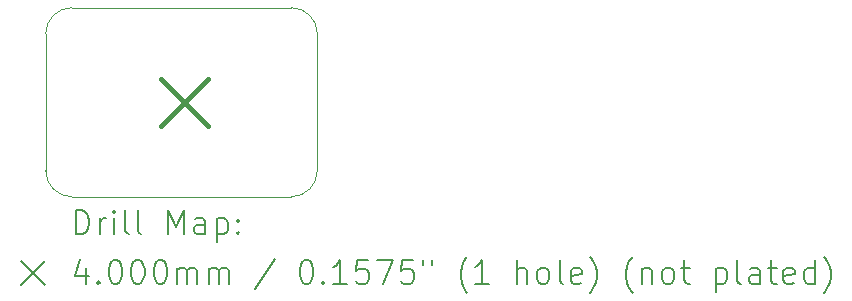
<source format=gbr>
%TF.GenerationSoftware,KiCad,Pcbnew,7.0.7*%
%TF.CreationDate,2023-09-18T16:39:02-04:00*%
%TF.ProjectId,Encoder Mount,456e636f-6465-4722-904d-6f756e742e6b,rev?*%
%TF.SameCoordinates,Original*%
%TF.FileFunction,Drillmap*%
%TF.FilePolarity,Positive*%
%FSLAX45Y45*%
G04 Gerber Fmt 4.5, Leading zero omitted, Abs format (unit mm)*
G04 Created by KiCad (PCBNEW 7.0.7) date 2023-09-18 16:39:02*
%MOMM*%
%LPD*%
G01*
G04 APERTURE LIST*
%ADD10C,0.100000*%
%ADD11C,0.200000*%
%ADD12C,0.400000*%
G04 APERTURE END LIST*
D10*
X8825000Y-10580000D02*
G75*
G03*
X9045000Y-10800000I220000J0D01*
G01*
X10905000Y-10800000D02*
G75*
G03*
X11125000Y-10580000I0J220000D01*
G01*
X11125000Y-9420000D02*
G75*
G03*
X10905000Y-9200000I-220000J0D01*
G01*
X11125000Y-9420000D02*
X11125000Y-10580000D01*
X8825000Y-10580000D02*
X8825000Y-9420000D01*
X9045000Y-9200000D02*
G75*
G03*
X8825000Y-9420000I0J-220000D01*
G01*
X10905000Y-10800000D02*
X9045000Y-10800000D01*
X9045000Y-9200000D02*
X10905000Y-9200000D01*
D11*
D12*
X9800000Y-9800000D02*
X10200000Y-10200000D01*
X10200000Y-9800000D02*
X9800000Y-10200000D01*
D11*
X9080777Y-11116484D02*
X9080777Y-10916484D01*
X9080777Y-10916484D02*
X9128396Y-10916484D01*
X9128396Y-10916484D02*
X9156967Y-10926008D01*
X9156967Y-10926008D02*
X9176015Y-10945055D01*
X9176015Y-10945055D02*
X9185539Y-10964103D01*
X9185539Y-10964103D02*
X9195063Y-11002198D01*
X9195063Y-11002198D02*
X9195063Y-11030770D01*
X9195063Y-11030770D02*
X9185539Y-11068865D01*
X9185539Y-11068865D02*
X9176015Y-11087912D01*
X9176015Y-11087912D02*
X9156967Y-11106960D01*
X9156967Y-11106960D02*
X9128396Y-11116484D01*
X9128396Y-11116484D02*
X9080777Y-11116484D01*
X9280777Y-11116484D02*
X9280777Y-10983150D01*
X9280777Y-11021246D02*
X9290301Y-11002198D01*
X9290301Y-11002198D02*
X9299824Y-10992674D01*
X9299824Y-10992674D02*
X9318872Y-10983150D01*
X9318872Y-10983150D02*
X9337920Y-10983150D01*
X9404586Y-11116484D02*
X9404586Y-10983150D01*
X9404586Y-10916484D02*
X9395063Y-10926008D01*
X9395063Y-10926008D02*
X9404586Y-10935531D01*
X9404586Y-10935531D02*
X9414110Y-10926008D01*
X9414110Y-10926008D02*
X9404586Y-10916484D01*
X9404586Y-10916484D02*
X9404586Y-10935531D01*
X9528396Y-11116484D02*
X9509348Y-11106960D01*
X9509348Y-11106960D02*
X9499824Y-11087912D01*
X9499824Y-11087912D02*
X9499824Y-10916484D01*
X9633158Y-11116484D02*
X9614110Y-11106960D01*
X9614110Y-11106960D02*
X9604586Y-11087912D01*
X9604586Y-11087912D02*
X9604586Y-10916484D01*
X9861729Y-11116484D02*
X9861729Y-10916484D01*
X9861729Y-10916484D02*
X9928396Y-11059341D01*
X9928396Y-11059341D02*
X9995063Y-10916484D01*
X9995063Y-10916484D02*
X9995063Y-11116484D01*
X10176015Y-11116484D02*
X10176015Y-11011722D01*
X10176015Y-11011722D02*
X10166491Y-10992674D01*
X10166491Y-10992674D02*
X10147444Y-10983150D01*
X10147444Y-10983150D02*
X10109348Y-10983150D01*
X10109348Y-10983150D02*
X10090301Y-10992674D01*
X10176015Y-11106960D02*
X10156967Y-11116484D01*
X10156967Y-11116484D02*
X10109348Y-11116484D01*
X10109348Y-11116484D02*
X10090301Y-11106960D01*
X10090301Y-11106960D02*
X10080777Y-11087912D01*
X10080777Y-11087912D02*
X10080777Y-11068865D01*
X10080777Y-11068865D02*
X10090301Y-11049817D01*
X10090301Y-11049817D02*
X10109348Y-11040293D01*
X10109348Y-11040293D02*
X10156967Y-11040293D01*
X10156967Y-11040293D02*
X10176015Y-11030770D01*
X10271253Y-10983150D02*
X10271253Y-11183150D01*
X10271253Y-10992674D02*
X10290301Y-10983150D01*
X10290301Y-10983150D02*
X10328396Y-10983150D01*
X10328396Y-10983150D02*
X10347444Y-10992674D01*
X10347444Y-10992674D02*
X10356967Y-11002198D01*
X10356967Y-11002198D02*
X10366491Y-11021246D01*
X10366491Y-11021246D02*
X10366491Y-11078389D01*
X10366491Y-11078389D02*
X10356967Y-11097436D01*
X10356967Y-11097436D02*
X10347444Y-11106960D01*
X10347444Y-11106960D02*
X10328396Y-11116484D01*
X10328396Y-11116484D02*
X10290301Y-11116484D01*
X10290301Y-11116484D02*
X10271253Y-11106960D01*
X10452205Y-11097436D02*
X10461729Y-11106960D01*
X10461729Y-11106960D02*
X10452205Y-11116484D01*
X10452205Y-11116484D02*
X10442682Y-11106960D01*
X10442682Y-11106960D02*
X10452205Y-11097436D01*
X10452205Y-11097436D02*
X10452205Y-11116484D01*
X10452205Y-10992674D02*
X10461729Y-11002198D01*
X10461729Y-11002198D02*
X10452205Y-11011722D01*
X10452205Y-11011722D02*
X10442682Y-11002198D01*
X10442682Y-11002198D02*
X10452205Y-10992674D01*
X10452205Y-10992674D02*
X10452205Y-11011722D01*
X8620000Y-11345000D02*
X8820000Y-11545000D01*
X8820000Y-11345000D02*
X8620000Y-11545000D01*
X9166491Y-11403150D02*
X9166491Y-11536484D01*
X9118872Y-11326960D02*
X9071253Y-11469817D01*
X9071253Y-11469817D02*
X9195063Y-11469817D01*
X9271253Y-11517436D02*
X9280777Y-11526960D01*
X9280777Y-11526960D02*
X9271253Y-11536484D01*
X9271253Y-11536484D02*
X9261729Y-11526960D01*
X9261729Y-11526960D02*
X9271253Y-11517436D01*
X9271253Y-11517436D02*
X9271253Y-11536484D01*
X9404586Y-11336484D02*
X9423634Y-11336484D01*
X9423634Y-11336484D02*
X9442682Y-11346008D01*
X9442682Y-11346008D02*
X9452205Y-11355531D01*
X9452205Y-11355531D02*
X9461729Y-11374579D01*
X9461729Y-11374579D02*
X9471253Y-11412674D01*
X9471253Y-11412674D02*
X9471253Y-11460293D01*
X9471253Y-11460293D02*
X9461729Y-11498388D01*
X9461729Y-11498388D02*
X9452205Y-11517436D01*
X9452205Y-11517436D02*
X9442682Y-11526960D01*
X9442682Y-11526960D02*
X9423634Y-11536484D01*
X9423634Y-11536484D02*
X9404586Y-11536484D01*
X9404586Y-11536484D02*
X9385539Y-11526960D01*
X9385539Y-11526960D02*
X9376015Y-11517436D01*
X9376015Y-11517436D02*
X9366491Y-11498388D01*
X9366491Y-11498388D02*
X9356967Y-11460293D01*
X9356967Y-11460293D02*
X9356967Y-11412674D01*
X9356967Y-11412674D02*
X9366491Y-11374579D01*
X9366491Y-11374579D02*
X9376015Y-11355531D01*
X9376015Y-11355531D02*
X9385539Y-11346008D01*
X9385539Y-11346008D02*
X9404586Y-11336484D01*
X9595063Y-11336484D02*
X9614110Y-11336484D01*
X9614110Y-11336484D02*
X9633158Y-11346008D01*
X9633158Y-11346008D02*
X9642682Y-11355531D01*
X9642682Y-11355531D02*
X9652205Y-11374579D01*
X9652205Y-11374579D02*
X9661729Y-11412674D01*
X9661729Y-11412674D02*
X9661729Y-11460293D01*
X9661729Y-11460293D02*
X9652205Y-11498388D01*
X9652205Y-11498388D02*
X9642682Y-11517436D01*
X9642682Y-11517436D02*
X9633158Y-11526960D01*
X9633158Y-11526960D02*
X9614110Y-11536484D01*
X9614110Y-11536484D02*
X9595063Y-11536484D01*
X9595063Y-11536484D02*
X9576015Y-11526960D01*
X9576015Y-11526960D02*
X9566491Y-11517436D01*
X9566491Y-11517436D02*
X9556967Y-11498388D01*
X9556967Y-11498388D02*
X9547444Y-11460293D01*
X9547444Y-11460293D02*
X9547444Y-11412674D01*
X9547444Y-11412674D02*
X9556967Y-11374579D01*
X9556967Y-11374579D02*
X9566491Y-11355531D01*
X9566491Y-11355531D02*
X9576015Y-11346008D01*
X9576015Y-11346008D02*
X9595063Y-11336484D01*
X9785539Y-11336484D02*
X9804586Y-11336484D01*
X9804586Y-11336484D02*
X9823634Y-11346008D01*
X9823634Y-11346008D02*
X9833158Y-11355531D01*
X9833158Y-11355531D02*
X9842682Y-11374579D01*
X9842682Y-11374579D02*
X9852205Y-11412674D01*
X9852205Y-11412674D02*
X9852205Y-11460293D01*
X9852205Y-11460293D02*
X9842682Y-11498388D01*
X9842682Y-11498388D02*
X9833158Y-11517436D01*
X9833158Y-11517436D02*
X9823634Y-11526960D01*
X9823634Y-11526960D02*
X9804586Y-11536484D01*
X9804586Y-11536484D02*
X9785539Y-11536484D01*
X9785539Y-11536484D02*
X9766491Y-11526960D01*
X9766491Y-11526960D02*
X9756967Y-11517436D01*
X9756967Y-11517436D02*
X9747444Y-11498388D01*
X9747444Y-11498388D02*
X9737920Y-11460293D01*
X9737920Y-11460293D02*
X9737920Y-11412674D01*
X9737920Y-11412674D02*
X9747444Y-11374579D01*
X9747444Y-11374579D02*
X9756967Y-11355531D01*
X9756967Y-11355531D02*
X9766491Y-11346008D01*
X9766491Y-11346008D02*
X9785539Y-11336484D01*
X9937920Y-11536484D02*
X9937920Y-11403150D01*
X9937920Y-11422198D02*
X9947444Y-11412674D01*
X9947444Y-11412674D02*
X9966491Y-11403150D01*
X9966491Y-11403150D02*
X9995063Y-11403150D01*
X9995063Y-11403150D02*
X10014110Y-11412674D01*
X10014110Y-11412674D02*
X10023634Y-11431722D01*
X10023634Y-11431722D02*
X10023634Y-11536484D01*
X10023634Y-11431722D02*
X10033158Y-11412674D01*
X10033158Y-11412674D02*
X10052205Y-11403150D01*
X10052205Y-11403150D02*
X10080777Y-11403150D01*
X10080777Y-11403150D02*
X10099825Y-11412674D01*
X10099825Y-11412674D02*
X10109348Y-11431722D01*
X10109348Y-11431722D02*
X10109348Y-11536484D01*
X10204586Y-11536484D02*
X10204586Y-11403150D01*
X10204586Y-11422198D02*
X10214110Y-11412674D01*
X10214110Y-11412674D02*
X10233158Y-11403150D01*
X10233158Y-11403150D02*
X10261729Y-11403150D01*
X10261729Y-11403150D02*
X10280777Y-11412674D01*
X10280777Y-11412674D02*
X10290301Y-11431722D01*
X10290301Y-11431722D02*
X10290301Y-11536484D01*
X10290301Y-11431722D02*
X10299825Y-11412674D01*
X10299825Y-11412674D02*
X10318872Y-11403150D01*
X10318872Y-11403150D02*
X10347444Y-11403150D01*
X10347444Y-11403150D02*
X10366491Y-11412674D01*
X10366491Y-11412674D02*
X10376015Y-11431722D01*
X10376015Y-11431722D02*
X10376015Y-11536484D01*
X10766491Y-11326960D02*
X10595063Y-11584103D01*
X11023634Y-11336484D02*
X11042682Y-11336484D01*
X11042682Y-11336484D02*
X11061729Y-11346008D01*
X11061729Y-11346008D02*
X11071253Y-11355531D01*
X11071253Y-11355531D02*
X11080777Y-11374579D01*
X11080777Y-11374579D02*
X11090301Y-11412674D01*
X11090301Y-11412674D02*
X11090301Y-11460293D01*
X11090301Y-11460293D02*
X11080777Y-11498388D01*
X11080777Y-11498388D02*
X11071253Y-11517436D01*
X11071253Y-11517436D02*
X11061729Y-11526960D01*
X11061729Y-11526960D02*
X11042682Y-11536484D01*
X11042682Y-11536484D02*
X11023634Y-11536484D01*
X11023634Y-11536484D02*
X11004587Y-11526960D01*
X11004587Y-11526960D02*
X10995063Y-11517436D01*
X10995063Y-11517436D02*
X10985539Y-11498388D01*
X10985539Y-11498388D02*
X10976015Y-11460293D01*
X10976015Y-11460293D02*
X10976015Y-11412674D01*
X10976015Y-11412674D02*
X10985539Y-11374579D01*
X10985539Y-11374579D02*
X10995063Y-11355531D01*
X10995063Y-11355531D02*
X11004587Y-11346008D01*
X11004587Y-11346008D02*
X11023634Y-11336484D01*
X11176015Y-11517436D02*
X11185539Y-11526960D01*
X11185539Y-11526960D02*
X11176015Y-11536484D01*
X11176015Y-11536484D02*
X11166491Y-11526960D01*
X11166491Y-11526960D02*
X11176015Y-11517436D01*
X11176015Y-11517436D02*
X11176015Y-11536484D01*
X11376015Y-11536484D02*
X11261729Y-11536484D01*
X11318872Y-11536484D02*
X11318872Y-11336484D01*
X11318872Y-11336484D02*
X11299825Y-11365055D01*
X11299825Y-11365055D02*
X11280777Y-11384103D01*
X11280777Y-11384103D02*
X11261729Y-11393627D01*
X11556967Y-11336484D02*
X11461729Y-11336484D01*
X11461729Y-11336484D02*
X11452206Y-11431722D01*
X11452206Y-11431722D02*
X11461729Y-11422198D01*
X11461729Y-11422198D02*
X11480777Y-11412674D01*
X11480777Y-11412674D02*
X11528396Y-11412674D01*
X11528396Y-11412674D02*
X11547444Y-11422198D01*
X11547444Y-11422198D02*
X11556967Y-11431722D01*
X11556967Y-11431722D02*
X11566491Y-11450769D01*
X11566491Y-11450769D02*
X11566491Y-11498388D01*
X11566491Y-11498388D02*
X11556967Y-11517436D01*
X11556967Y-11517436D02*
X11547444Y-11526960D01*
X11547444Y-11526960D02*
X11528396Y-11536484D01*
X11528396Y-11536484D02*
X11480777Y-11536484D01*
X11480777Y-11536484D02*
X11461729Y-11526960D01*
X11461729Y-11526960D02*
X11452206Y-11517436D01*
X11633158Y-11336484D02*
X11766491Y-11336484D01*
X11766491Y-11336484D02*
X11680777Y-11536484D01*
X11937920Y-11336484D02*
X11842682Y-11336484D01*
X11842682Y-11336484D02*
X11833158Y-11431722D01*
X11833158Y-11431722D02*
X11842682Y-11422198D01*
X11842682Y-11422198D02*
X11861729Y-11412674D01*
X11861729Y-11412674D02*
X11909348Y-11412674D01*
X11909348Y-11412674D02*
X11928396Y-11422198D01*
X11928396Y-11422198D02*
X11937920Y-11431722D01*
X11937920Y-11431722D02*
X11947444Y-11450769D01*
X11947444Y-11450769D02*
X11947444Y-11498388D01*
X11947444Y-11498388D02*
X11937920Y-11517436D01*
X11937920Y-11517436D02*
X11928396Y-11526960D01*
X11928396Y-11526960D02*
X11909348Y-11536484D01*
X11909348Y-11536484D02*
X11861729Y-11536484D01*
X11861729Y-11536484D02*
X11842682Y-11526960D01*
X11842682Y-11526960D02*
X11833158Y-11517436D01*
X12023634Y-11336484D02*
X12023634Y-11374579D01*
X12099825Y-11336484D02*
X12099825Y-11374579D01*
X12395063Y-11612674D02*
X12385539Y-11603150D01*
X12385539Y-11603150D02*
X12366491Y-11574579D01*
X12366491Y-11574579D02*
X12356968Y-11555531D01*
X12356968Y-11555531D02*
X12347444Y-11526960D01*
X12347444Y-11526960D02*
X12337920Y-11479341D01*
X12337920Y-11479341D02*
X12337920Y-11441246D01*
X12337920Y-11441246D02*
X12347444Y-11393627D01*
X12347444Y-11393627D02*
X12356968Y-11365055D01*
X12356968Y-11365055D02*
X12366491Y-11346008D01*
X12366491Y-11346008D02*
X12385539Y-11317436D01*
X12385539Y-11317436D02*
X12395063Y-11307912D01*
X12576015Y-11536484D02*
X12461729Y-11536484D01*
X12518872Y-11536484D02*
X12518872Y-11336484D01*
X12518872Y-11336484D02*
X12499825Y-11365055D01*
X12499825Y-11365055D02*
X12480777Y-11384103D01*
X12480777Y-11384103D02*
X12461729Y-11393627D01*
X12814110Y-11536484D02*
X12814110Y-11336484D01*
X12899825Y-11536484D02*
X12899825Y-11431722D01*
X12899825Y-11431722D02*
X12890301Y-11412674D01*
X12890301Y-11412674D02*
X12871253Y-11403150D01*
X12871253Y-11403150D02*
X12842682Y-11403150D01*
X12842682Y-11403150D02*
X12823634Y-11412674D01*
X12823634Y-11412674D02*
X12814110Y-11422198D01*
X13023634Y-11536484D02*
X13004587Y-11526960D01*
X13004587Y-11526960D02*
X12995063Y-11517436D01*
X12995063Y-11517436D02*
X12985539Y-11498388D01*
X12985539Y-11498388D02*
X12985539Y-11441246D01*
X12985539Y-11441246D02*
X12995063Y-11422198D01*
X12995063Y-11422198D02*
X13004587Y-11412674D01*
X13004587Y-11412674D02*
X13023634Y-11403150D01*
X13023634Y-11403150D02*
X13052206Y-11403150D01*
X13052206Y-11403150D02*
X13071253Y-11412674D01*
X13071253Y-11412674D02*
X13080777Y-11422198D01*
X13080777Y-11422198D02*
X13090301Y-11441246D01*
X13090301Y-11441246D02*
X13090301Y-11498388D01*
X13090301Y-11498388D02*
X13080777Y-11517436D01*
X13080777Y-11517436D02*
X13071253Y-11526960D01*
X13071253Y-11526960D02*
X13052206Y-11536484D01*
X13052206Y-11536484D02*
X13023634Y-11536484D01*
X13204587Y-11536484D02*
X13185539Y-11526960D01*
X13185539Y-11526960D02*
X13176015Y-11507912D01*
X13176015Y-11507912D02*
X13176015Y-11336484D01*
X13356968Y-11526960D02*
X13337920Y-11536484D01*
X13337920Y-11536484D02*
X13299825Y-11536484D01*
X13299825Y-11536484D02*
X13280777Y-11526960D01*
X13280777Y-11526960D02*
X13271253Y-11507912D01*
X13271253Y-11507912D02*
X13271253Y-11431722D01*
X13271253Y-11431722D02*
X13280777Y-11412674D01*
X13280777Y-11412674D02*
X13299825Y-11403150D01*
X13299825Y-11403150D02*
X13337920Y-11403150D01*
X13337920Y-11403150D02*
X13356968Y-11412674D01*
X13356968Y-11412674D02*
X13366491Y-11431722D01*
X13366491Y-11431722D02*
X13366491Y-11450769D01*
X13366491Y-11450769D02*
X13271253Y-11469817D01*
X13433158Y-11612674D02*
X13442682Y-11603150D01*
X13442682Y-11603150D02*
X13461730Y-11574579D01*
X13461730Y-11574579D02*
X13471253Y-11555531D01*
X13471253Y-11555531D02*
X13480777Y-11526960D01*
X13480777Y-11526960D02*
X13490301Y-11479341D01*
X13490301Y-11479341D02*
X13490301Y-11441246D01*
X13490301Y-11441246D02*
X13480777Y-11393627D01*
X13480777Y-11393627D02*
X13471253Y-11365055D01*
X13471253Y-11365055D02*
X13461730Y-11346008D01*
X13461730Y-11346008D02*
X13442682Y-11317436D01*
X13442682Y-11317436D02*
X13433158Y-11307912D01*
X13795063Y-11612674D02*
X13785539Y-11603150D01*
X13785539Y-11603150D02*
X13766491Y-11574579D01*
X13766491Y-11574579D02*
X13756968Y-11555531D01*
X13756968Y-11555531D02*
X13747444Y-11526960D01*
X13747444Y-11526960D02*
X13737920Y-11479341D01*
X13737920Y-11479341D02*
X13737920Y-11441246D01*
X13737920Y-11441246D02*
X13747444Y-11393627D01*
X13747444Y-11393627D02*
X13756968Y-11365055D01*
X13756968Y-11365055D02*
X13766491Y-11346008D01*
X13766491Y-11346008D02*
X13785539Y-11317436D01*
X13785539Y-11317436D02*
X13795063Y-11307912D01*
X13871253Y-11403150D02*
X13871253Y-11536484D01*
X13871253Y-11422198D02*
X13880777Y-11412674D01*
X13880777Y-11412674D02*
X13899825Y-11403150D01*
X13899825Y-11403150D02*
X13928396Y-11403150D01*
X13928396Y-11403150D02*
X13947444Y-11412674D01*
X13947444Y-11412674D02*
X13956968Y-11431722D01*
X13956968Y-11431722D02*
X13956968Y-11536484D01*
X14080777Y-11536484D02*
X14061730Y-11526960D01*
X14061730Y-11526960D02*
X14052206Y-11517436D01*
X14052206Y-11517436D02*
X14042682Y-11498388D01*
X14042682Y-11498388D02*
X14042682Y-11441246D01*
X14042682Y-11441246D02*
X14052206Y-11422198D01*
X14052206Y-11422198D02*
X14061730Y-11412674D01*
X14061730Y-11412674D02*
X14080777Y-11403150D01*
X14080777Y-11403150D02*
X14109349Y-11403150D01*
X14109349Y-11403150D02*
X14128396Y-11412674D01*
X14128396Y-11412674D02*
X14137920Y-11422198D01*
X14137920Y-11422198D02*
X14147444Y-11441246D01*
X14147444Y-11441246D02*
X14147444Y-11498388D01*
X14147444Y-11498388D02*
X14137920Y-11517436D01*
X14137920Y-11517436D02*
X14128396Y-11526960D01*
X14128396Y-11526960D02*
X14109349Y-11536484D01*
X14109349Y-11536484D02*
X14080777Y-11536484D01*
X14204587Y-11403150D02*
X14280777Y-11403150D01*
X14233158Y-11336484D02*
X14233158Y-11507912D01*
X14233158Y-11507912D02*
X14242682Y-11526960D01*
X14242682Y-11526960D02*
X14261730Y-11536484D01*
X14261730Y-11536484D02*
X14280777Y-11536484D01*
X14499825Y-11403150D02*
X14499825Y-11603150D01*
X14499825Y-11412674D02*
X14518872Y-11403150D01*
X14518872Y-11403150D02*
X14556968Y-11403150D01*
X14556968Y-11403150D02*
X14576015Y-11412674D01*
X14576015Y-11412674D02*
X14585539Y-11422198D01*
X14585539Y-11422198D02*
X14595063Y-11441246D01*
X14595063Y-11441246D02*
X14595063Y-11498388D01*
X14595063Y-11498388D02*
X14585539Y-11517436D01*
X14585539Y-11517436D02*
X14576015Y-11526960D01*
X14576015Y-11526960D02*
X14556968Y-11536484D01*
X14556968Y-11536484D02*
X14518872Y-11536484D01*
X14518872Y-11536484D02*
X14499825Y-11526960D01*
X14709349Y-11536484D02*
X14690301Y-11526960D01*
X14690301Y-11526960D02*
X14680777Y-11507912D01*
X14680777Y-11507912D02*
X14680777Y-11336484D01*
X14871253Y-11536484D02*
X14871253Y-11431722D01*
X14871253Y-11431722D02*
X14861730Y-11412674D01*
X14861730Y-11412674D02*
X14842682Y-11403150D01*
X14842682Y-11403150D02*
X14804587Y-11403150D01*
X14804587Y-11403150D02*
X14785539Y-11412674D01*
X14871253Y-11526960D02*
X14852206Y-11536484D01*
X14852206Y-11536484D02*
X14804587Y-11536484D01*
X14804587Y-11536484D02*
X14785539Y-11526960D01*
X14785539Y-11526960D02*
X14776015Y-11507912D01*
X14776015Y-11507912D02*
X14776015Y-11488865D01*
X14776015Y-11488865D02*
X14785539Y-11469817D01*
X14785539Y-11469817D02*
X14804587Y-11460293D01*
X14804587Y-11460293D02*
X14852206Y-11460293D01*
X14852206Y-11460293D02*
X14871253Y-11450769D01*
X14937920Y-11403150D02*
X15014111Y-11403150D01*
X14966492Y-11336484D02*
X14966492Y-11507912D01*
X14966492Y-11507912D02*
X14976015Y-11526960D01*
X14976015Y-11526960D02*
X14995063Y-11536484D01*
X14995063Y-11536484D02*
X15014111Y-11536484D01*
X15156968Y-11526960D02*
X15137920Y-11536484D01*
X15137920Y-11536484D02*
X15099825Y-11536484D01*
X15099825Y-11536484D02*
X15080777Y-11526960D01*
X15080777Y-11526960D02*
X15071253Y-11507912D01*
X15071253Y-11507912D02*
X15071253Y-11431722D01*
X15071253Y-11431722D02*
X15080777Y-11412674D01*
X15080777Y-11412674D02*
X15099825Y-11403150D01*
X15099825Y-11403150D02*
X15137920Y-11403150D01*
X15137920Y-11403150D02*
X15156968Y-11412674D01*
X15156968Y-11412674D02*
X15166492Y-11431722D01*
X15166492Y-11431722D02*
X15166492Y-11450769D01*
X15166492Y-11450769D02*
X15071253Y-11469817D01*
X15337920Y-11536484D02*
X15337920Y-11336484D01*
X15337920Y-11526960D02*
X15318873Y-11536484D01*
X15318873Y-11536484D02*
X15280777Y-11536484D01*
X15280777Y-11536484D02*
X15261730Y-11526960D01*
X15261730Y-11526960D02*
X15252206Y-11517436D01*
X15252206Y-11517436D02*
X15242682Y-11498388D01*
X15242682Y-11498388D02*
X15242682Y-11441246D01*
X15242682Y-11441246D02*
X15252206Y-11422198D01*
X15252206Y-11422198D02*
X15261730Y-11412674D01*
X15261730Y-11412674D02*
X15280777Y-11403150D01*
X15280777Y-11403150D02*
X15318873Y-11403150D01*
X15318873Y-11403150D02*
X15337920Y-11412674D01*
X15414111Y-11612674D02*
X15423634Y-11603150D01*
X15423634Y-11603150D02*
X15442682Y-11574579D01*
X15442682Y-11574579D02*
X15452206Y-11555531D01*
X15452206Y-11555531D02*
X15461730Y-11526960D01*
X15461730Y-11526960D02*
X15471253Y-11479341D01*
X15471253Y-11479341D02*
X15471253Y-11441246D01*
X15471253Y-11441246D02*
X15461730Y-11393627D01*
X15461730Y-11393627D02*
X15452206Y-11365055D01*
X15452206Y-11365055D02*
X15442682Y-11346008D01*
X15442682Y-11346008D02*
X15423634Y-11317436D01*
X15423634Y-11317436D02*
X15414111Y-11307912D01*
M02*

</source>
